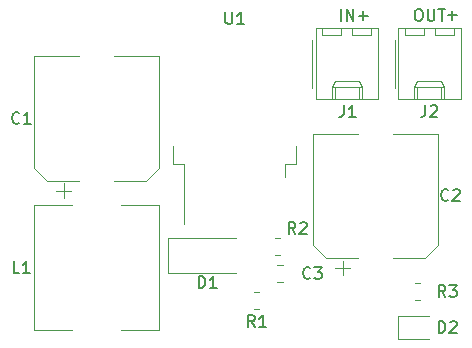
<source format=gbr>
%TF.GenerationSoftware,KiCad,Pcbnew,(6.0.0-rc2-14-ga17a58203b)*%
%TF.CreationDate,2022-06-07T22:02:49+08:00*%
%TF.ProjectId,StepDown_DCDC,53746570-446f-4776-9e5f-444344432e6b,rev?*%
%TF.SameCoordinates,Original*%
%TF.FileFunction,Legend,Top*%
%TF.FilePolarity,Positive*%
%FSLAX46Y46*%
G04 Gerber Fmt 4.6, Leading zero omitted, Abs format (unit mm)*
G04 Created by KiCad (PCBNEW (6.0.0-rc2-14-ga17a58203b)) date 2022-06-07 22:02:49*
%MOMM*%
%LPD*%
G01*
G04 APERTURE LIST*
%ADD10C,0.150000*%
%ADD11C,0.120000*%
G04 APERTURE END LIST*
D10*
X94005447Y-64993828D02*
X94767352Y-64993828D01*
X94386400Y-65374780D02*
X94386400Y-64612876D01*
X86487047Y-65044628D02*
X87248952Y-65044628D01*
X86868000Y-65425580D02*
X86868000Y-64663676D01*
%TO.C,L1*%
X57745333Y-86812380D02*
X57269142Y-86812380D01*
X57269142Y-85812380D01*
X58602476Y-86812380D02*
X58031047Y-86812380D01*
X58316761Y-86812380D02*
X58316761Y-85812380D01*
X58221523Y-85955238D01*
X58126285Y-86050476D01*
X58031047Y-86098095D01*
%TO.C,D1*%
X72921904Y-88082380D02*
X72921904Y-87082380D01*
X73160000Y-87082380D01*
X73302857Y-87130000D01*
X73398095Y-87225238D01*
X73445714Y-87320476D01*
X73493333Y-87510952D01*
X73493333Y-87653809D01*
X73445714Y-87844285D01*
X73398095Y-87939523D01*
X73302857Y-88034761D01*
X73160000Y-88082380D01*
X72921904Y-88082380D01*
X74445714Y-88082380D02*
X73874285Y-88082380D01*
X74160000Y-88082380D02*
X74160000Y-87082380D01*
X74064761Y-87225238D01*
X73969523Y-87320476D01*
X73874285Y-87368095D01*
%TO.C,U1*%
X75184095Y-64730380D02*
X75184095Y-65539904D01*
X75231714Y-65635142D01*
X75279333Y-65682761D01*
X75374571Y-65730380D01*
X75565047Y-65730380D01*
X75660285Y-65682761D01*
X75707904Y-65635142D01*
X75755523Y-65539904D01*
X75755523Y-64730380D01*
X76755523Y-65730380D02*
X76184095Y-65730380D01*
X76469809Y-65730380D02*
X76469809Y-64730380D01*
X76374571Y-64873238D01*
X76279333Y-64968476D01*
X76184095Y-65016095D01*
%TO.C,R1*%
X77660833Y-91384380D02*
X77327500Y-90908190D01*
X77089404Y-91384380D02*
X77089404Y-90384380D01*
X77470357Y-90384380D01*
X77565595Y-90432000D01*
X77613214Y-90479619D01*
X77660833Y-90574857D01*
X77660833Y-90717714D01*
X77613214Y-90812952D01*
X77565595Y-90860571D01*
X77470357Y-90908190D01*
X77089404Y-90908190D01*
X78613214Y-91384380D02*
X78041785Y-91384380D01*
X78327500Y-91384380D02*
X78327500Y-90384380D01*
X78232261Y-90527238D01*
X78137023Y-90622476D01*
X78041785Y-90670095D01*
%TO.C,J1*%
X85213866Y-72604380D02*
X85213866Y-73318666D01*
X85166247Y-73461523D01*
X85071009Y-73556761D01*
X84928152Y-73604380D01*
X84832914Y-73604380D01*
X86213866Y-73604380D02*
X85642438Y-73604380D01*
X85928152Y-73604380D02*
X85928152Y-72604380D01*
X85832914Y-72747238D01*
X85737676Y-72842476D01*
X85642438Y-72890095D01*
X84972590Y-65476380D02*
X84972590Y-64476380D01*
X85448780Y-65476380D02*
X85448780Y-64476380D01*
X86020209Y-65476380D01*
X86020209Y-64476380D01*
%TO.C,R3*%
X93813333Y-88844380D02*
X93480000Y-88368190D01*
X93241904Y-88844380D02*
X93241904Y-87844380D01*
X93622857Y-87844380D01*
X93718095Y-87892000D01*
X93765714Y-87939619D01*
X93813333Y-88034857D01*
X93813333Y-88177714D01*
X93765714Y-88272952D01*
X93718095Y-88320571D01*
X93622857Y-88368190D01*
X93241904Y-88368190D01*
X94146666Y-87844380D02*
X94765714Y-87844380D01*
X94432380Y-88225333D01*
X94575238Y-88225333D01*
X94670476Y-88272952D01*
X94718095Y-88320571D01*
X94765714Y-88415809D01*
X94765714Y-88653904D01*
X94718095Y-88749142D01*
X94670476Y-88796761D01*
X94575238Y-88844380D01*
X94289523Y-88844380D01*
X94194285Y-88796761D01*
X94146666Y-88749142D01*
%TO.C,J2*%
X92122666Y-72604380D02*
X92122666Y-73318666D01*
X92075047Y-73461523D01*
X91979809Y-73556761D01*
X91836952Y-73604380D01*
X91741714Y-73604380D01*
X92551238Y-72699619D02*
X92598857Y-72652000D01*
X92694095Y-72604380D01*
X92932190Y-72604380D01*
X93027428Y-72652000D01*
X93075047Y-72699619D01*
X93122666Y-72794857D01*
X93122666Y-72890095D01*
X93075047Y-73032952D01*
X92503619Y-73604380D01*
X93122666Y-73604380D01*
X91456000Y-64476380D02*
X91646476Y-64476380D01*
X91741714Y-64524000D01*
X91836952Y-64619238D01*
X91884571Y-64809714D01*
X91884571Y-65143047D01*
X91836952Y-65333523D01*
X91741714Y-65428761D01*
X91646476Y-65476380D01*
X91456000Y-65476380D01*
X91360761Y-65428761D01*
X91265523Y-65333523D01*
X91217904Y-65143047D01*
X91217904Y-64809714D01*
X91265523Y-64619238D01*
X91360761Y-64524000D01*
X91456000Y-64476380D01*
X92313142Y-64476380D02*
X92313142Y-65285904D01*
X92360761Y-65381142D01*
X92408380Y-65428761D01*
X92503619Y-65476380D01*
X92694095Y-65476380D01*
X92789333Y-65428761D01*
X92836952Y-65381142D01*
X92884571Y-65285904D01*
X92884571Y-64476380D01*
X93217904Y-64476380D02*
X93789333Y-64476380D01*
X93503619Y-65476380D02*
X93503619Y-64476380D01*
%TO.C,C2*%
X94067333Y-80621142D02*
X94019714Y-80668761D01*
X93876857Y-80716380D01*
X93781619Y-80716380D01*
X93638761Y-80668761D01*
X93543523Y-80573523D01*
X93495904Y-80478285D01*
X93448285Y-80287809D01*
X93448285Y-80144952D01*
X93495904Y-79954476D01*
X93543523Y-79859238D01*
X93638761Y-79764000D01*
X93781619Y-79716380D01*
X93876857Y-79716380D01*
X94019714Y-79764000D01*
X94067333Y-79811619D01*
X94448285Y-79811619D02*
X94495904Y-79764000D01*
X94591142Y-79716380D01*
X94829238Y-79716380D01*
X94924476Y-79764000D01*
X94972095Y-79811619D01*
X95019714Y-79906857D01*
X95019714Y-80002095D01*
X94972095Y-80144952D01*
X94400666Y-80716380D01*
X95019714Y-80716380D01*
%TO.C,C3*%
X82383333Y-87225142D02*
X82335714Y-87272761D01*
X82192857Y-87320380D01*
X82097619Y-87320380D01*
X81954761Y-87272761D01*
X81859523Y-87177523D01*
X81811904Y-87082285D01*
X81764285Y-86891809D01*
X81764285Y-86748952D01*
X81811904Y-86558476D01*
X81859523Y-86463238D01*
X81954761Y-86368000D01*
X82097619Y-86320380D01*
X82192857Y-86320380D01*
X82335714Y-86368000D01*
X82383333Y-86415619D01*
X82716666Y-86320380D02*
X83335714Y-86320380D01*
X83002380Y-86701333D01*
X83145238Y-86701333D01*
X83240476Y-86748952D01*
X83288095Y-86796571D01*
X83335714Y-86891809D01*
X83335714Y-87129904D01*
X83288095Y-87225142D01*
X83240476Y-87272761D01*
X83145238Y-87320380D01*
X82859523Y-87320380D01*
X82764285Y-87272761D01*
X82716666Y-87225142D01*
%TO.C,D2*%
X93241904Y-91892380D02*
X93241904Y-90892380D01*
X93480000Y-90892380D01*
X93622857Y-90940000D01*
X93718095Y-91035238D01*
X93765714Y-91130476D01*
X93813333Y-91320952D01*
X93813333Y-91463809D01*
X93765714Y-91654285D01*
X93718095Y-91749523D01*
X93622857Y-91844761D01*
X93480000Y-91892380D01*
X93241904Y-91892380D01*
X94194285Y-90987619D02*
X94241904Y-90940000D01*
X94337142Y-90892380D01*
X94575238Y-90892380D01*
X94670476Y-90940000D01*
X94718095Y-90987619D01*
X94765714Y-91082857D01*
X94765714Y-91178095D01*
X94718095Y-91320952D01*
X94146666Y-91892380D01*
X94765714Y-91892380D01*
%TO.C,R2*%
X81113333Y-83510380D02*
X80780000Y-83034190D01*
X80541904Y-83510380D02*
X80541904Y-82510380D01*
X80922857Y-82510380D01*
X81018095Y-82558000D01*
X81065714Y-82605619D01*
X81113333Y-82700857D01*
X81113333Y-82843714D01*
X81065714Y-82938952D01*
X81018095Y-82986571D01*
X80922857Y-83034190D01*
X80541904Y-83034190D01*
X81494285Y-82605619D02*
X81541904Y-82558000D01*
X81637142Y-82510380D01*
X81875238Y-82510380D01*
X81970476Y-82558000D01*
X82018095Y-82605619D01*
X82065714Y-82700857D01*
X82065714Y-82796095D01*
X82018095Y-82938952D01*
X81446666Y-83510380D01*
X82065714Y-83510380D01*
%TO.C,C1*%
X57745333Y-74081142D02*
X57697714Y-74128761D01*
X57554857Y-74176380D01*
X57459619Y-74176380D01*
X57316761Y-74128761D01*
X57221523Y-74033523D01*
X57173904Y-73938285D01*
X57126285Y-73747809D01*
X57126285Y-73604952D01*
X57173904Y-73414476D01*
X57221523Y-73319238D01*
X57316761Y-73224000D01*
X57459619Y-73176380D01*
X57554857Y-73176380D01*
X57697714Y-73224000D01*
X57745333Y-73271619D01*
X58697714Y-74176380D02*
X58126285Y-74176380D01*
X58412000Y-74176380D02*
X58412000Y-73176380D01*
X58316761Y-73319238D01*
X58221523Y-73414476D01*
X58126285Y-73462095D01*
D11*
%TO.C,L1*%
X69562000Y-91660000D02*
X66362000Y-91660000D01*
X69562000Y-81060000D02*
X69562000Y-91660000D01*
X58962000Y-91660000D02*
X58962000Y-81060000D01*
X58962000Y-81060000D02*
X62162000Y-81060000D01*
X66362000Y-81060000D02*
X69562000Y-81060000D01*
X62162000Y-91660000D02*
X58962000Y-91660000D01*
%TO.C,D1*%
X70360000Y-83844000D02*
X70360000Y-86844000D01*
X76060000Y-83844000D02*
X70360000Y-83844000D01*
X70360000Y-86844000D02*
X76060000Y-86844000D01*
%TO.C,U1*%
X70765000Y-77560000D02*
X71715000Y-77560000D01*
X70765000Y-76060000D02*
X70765000Y-77560000D01*
X81165000Y-77560000D02*
X80215000Y-77560000D01*
X81165000Y-76060000D02*
X81165000Y-77560000D01*
X71715000Y-77560000D02*
X71715000Y-82685000D01*
X80215000Y-77560000D02*
X80215000Y-78660000D01*
%TO.C,R1*%
X78054564Y-88419000D02*
X77600436Y-88419000D01*
X78054564Y-89889000D02*
X77600436Y-89889000D01*
%TO.C,J1*%
X85941000Y-66078000D02*
X85941000Y-66678000D01*
X88121000Y-66078000D02*
X82821000Y-66078000D01*
X88121000Y-72098000D02*
X88121000Y-66078000D01*
X84451000Y-72098000D02*
X84451000Y-71098000D01*
X86491000Y-70568000D02*
X86741000Y-71098000D01*
X82821000Y-72098000D02*
X88121000Y-72098000D01*
X85001000Y-66678000D02*
X85001000Y-66078000D01*
X83401000Y-66678000D02*
X85001000Y-66678000D01*
X82531000Y-67108000D02*
X82531000Y-71108000D01*
X87541000Y-66678000D02*
X87541000Y-66078000D01*
X85941000Y-66678000D02*
X87541000Y-66678000D01*
X86741000Y-71098000D02*
X86741000Y-72098000D01*
X83401000Y-66078000D02*
X83401000Y-66678000D01*
X84201000Y-72098000D02*
X84201000Y-71098000D01*
X84201000Y-71098000D02*
X84451000Y-70568000D01*
X86491000Y-72098000D02*
X86491000Y-71098000D01*
X84451000Y-70568000D02*
X86491000Y-70568000D01*
X82821000Y-66078000D02*
X82821000Y-72098000D01*
X84201000Y-71098000D02*
X86741000Y-71098000D01*
%TO.C,R3*%
X91667064Y-89127000D02*
X91212936Y-89127000D01*
X91667064Y-87657000D02*
X91212936Y-87657000D01*
%TO.C,J2*%
X89516000Y-67108000D02*
X89516000Y-71108000D01*
X93476000Y-70568000D02*
X93726000Y-71098000D01*
X93476000Y-72098000D02*
X93476000Y-71098000D01*
X91436000Y-72098000D02*
X91436000Y-71098000D01*
X93726000Y-71098000D02*
X93726000Y-72098000D01*
X90386000Y-66678000D02*
X91986000Y-66678000D01*
X89806000Y-66078000D02*
X89806000Y-72098000D01*
X91986000Y-66678000D02*
X91986000Y-66078000D01*
X92926000Y-66078000D02*
X92926000Y-66678000D01*
X91186000Y-71098000D02*
X93726000Y-71098000D01*
X95106000Y-72098000D02*
X95106000Y-66078000D01*
X92926000Y-66678000D02*
X94526000Y-66678000D01*
X89806000Y-72098000D02*
X95106000Y-72098000D01*
X91186000Y-72098000D02*
X91186000Y-71098000D01*
X94526000Y-66678000D02*
X94526000Y-66078000D01*
X91436000Y-70568000D02*
X93476000Y-70568000D01*
X90386000Y-66078000D02*
X90386000Y-66678000D01*
X91186000Y-71098000D02*
X91436000Y-70568000D01*
X95106000Y-66078000D02*
X89806000Y-66078000D01*
%TO.C,C2*%
X93144000Y-84459563D02*
X93144000Y-75004000D01*
X85124000Y-87014000D02*
X85124000Y-85764000D01*
X93144000Y-75004000D02*
X89394000Y-75004000D01*
X83688437Y-85524000D02*
X86374000Y-85524000D01*
X92079563Y-85524000D02*
X93144000Y-84459563D01*
X83688437Y-85524000D02*
X82624000Y-84459563D01*
X82624000Y-75004000D02*
X86374000Y-75004000D01*
X84499000Y-86389000D02*
X85749000Y-86389000D01*
X82624000Y-84459563D02*
X82624000Y-75004000D01*
X92079563Y-85524000D02*
X89394000Y-85524000D01*
%TO.C,C3*%
X80083252Y-86133000D02*
X79560748Y-86133000D01*
X80083252Y-87603000D02*
X79560748Y-87603000D01*
%TO.C,D2*%
X89755000Y-90480000D02*
X89755000Y-92400000D01*
X92440000Y-90480000D02*
X89755000Y-90480000D01*
X89755000Y-92400000D02*
X92440000Y-92400000D01*
%TO.C,R2*%
X79832564Y-85317000D02*
X79378436Y-85317000D01*
X79832564Y-83847000D02*
X79378436Y-83847000D01*
%TO.C,C1*%
X59002000Y-68464000D02*
X62752000Y-68464000D01*
X60877000Y-79849000D02*
X62127000Y-79849000D01*
X59002000Y-77919563D02*
X59002000Y-68464000D01*
X68457563Y-78984000D02*
X65772000Y-78984000D01*
X69522000Y-68464000D02*
X65772000Y-68464000D01*
X60066437Y-78984000D02*
X59002000Y-77919563D01*
X60066437Y-78984000D02*
X62752000Y-78984000D01*
X69522000Y-77919563D02*
X69522000Y-68464000D01*
X68457563Y-78984000D02*
X69522000Y-77919563D01*
X61502000Y-80474000D02*
X61502000Y-79224000D01*
%TD*%
M02*

</source>
